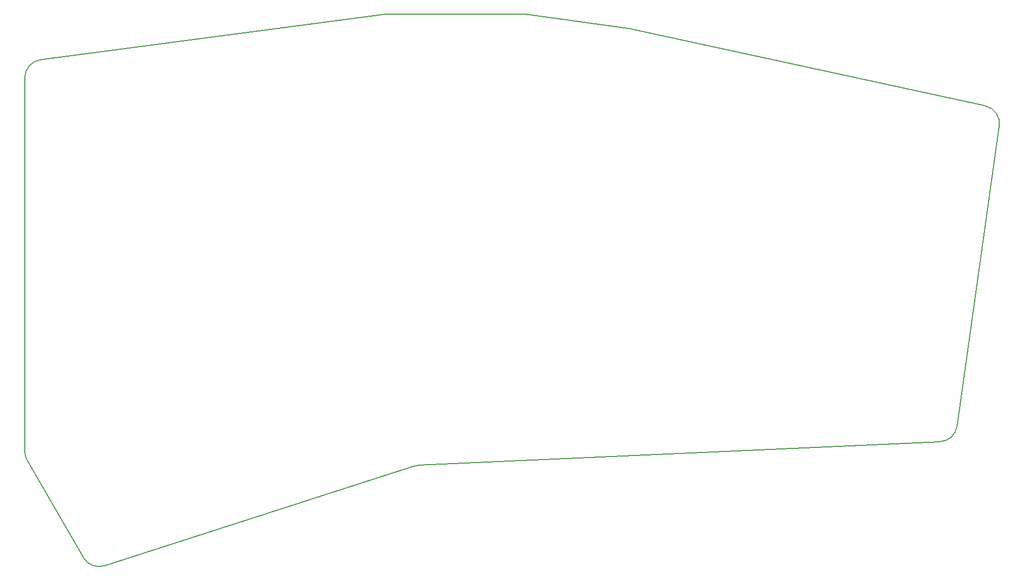
<source format=gbr>
%TF.GenerationSoftware,KiCad,Pcbnew,9.0.3*%
%TF.CreationDate,2025-07-25T16:12:42+02:00*%
%TF.ProjectId,right_pcb,72696768-745f-4706-9362-2e6b69636164,v1.0.0*%
%TF.SameCoordinates,Original*%
%TF.FileFunction,Profile,NP*%
%FSLAX46Y46*%
G04 Gerber Fmt 4.6, Leading zero omitted, Abs format (unit mm)*
G04 Created by KiCad (PCBNEW 9.0.3) date 2025-07-25 16:12:42*
%MOMM*%
%LPD*%
G01*
G04 APERTURE LIST*
%TA.AperFunction,Profile*%
%ADD10C,0.150000*%
%TD*%
G04 APERTURE END LIST*
D10*
X318049135Y-74557561D02*
X335730064Y-77013241D01*
X244188295Y-165463857D02*
X234801654Y-149205730D01*
X394897999Y-89894102D02*
G75*
G02*
X397230264Y-93242871I-638599J-2931298D01*
G01*
X237007034Y-82165327D02*
X294648277Y-74554851D01*
X294648277Y-74554850D02*
G75*
G02*
X295040963Y-74529045I392623J-2973950D01*
G01*
X299461497Y-150152132D02*
G75*
G02*
X300244965Y-150010825I919403J-2854968D01*
G01*
X295040963Y-74529039D02*
X317636428Y-74529031D01*
X387335878Y-146054610D02*
X300244965Y-150010814D01*
X234801654Y-149205730D02*
G75*
G02*
X234399761Y-147705736I2598046J1499930D01*
G01*
X335955942Y-77053474D02*
X394898006Y-89894099D01*
X397230235Y-93242867D02*
X390170535Y-143475228D01*
X299461497Y-150152134D02*
X247705979Y-166819433D01*
X335730064Y-77013239D02*
G75*
G02*
X335955943Y-77053471I-412164J-2968261D01*
G01*
X234399735Y-85139514D02*
G75*
G02*
X237007036Y-82165344I2999965J14D01*
G01*
X317636428Y-74529031D02*
G75*
G02*
X318049135Y-74557559I72J-2998469D01*
G01*
X247705979Y-166819433D02*
G75*
G02*
X244188342Y-165463830I-919579J2855533D01*
G01*
X390170535Y-143475228D02*
G75*
G02*
X387335879Y-146054639I-2970835J417528D01*
G01*
X234399736Y-147705736D02*
X234399735Y-85139514D01*
M02*

</source>
